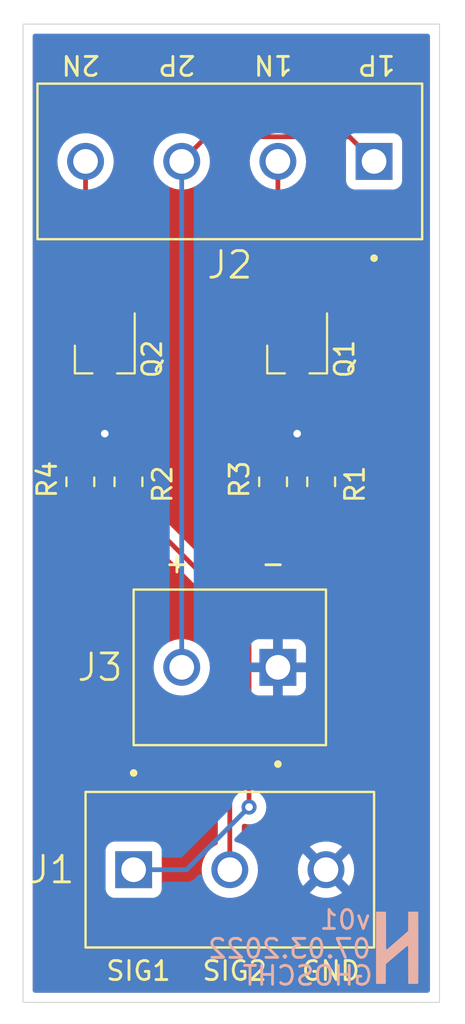
<source format=kicad_pcb>
(kicad_pcb (version 20211014) (generator pcbnew)
  (title_block (title "LED Module") (date "2021-08-19") (rev "v01") (comment 4 "Author: GHOSCHT"))
  (layers (0 "F.Cu" signal) (31 "B.Cu" signal) (34 "B.Paste" user) (35 "F.Paste" user) (36 "B.SilkS" user "B.Silkscreen") (37 "F.SilkS" user "F.Silkscreen") (38 "B.Mask" user) (39 "F.Mask" user) (44 "Edge.Cuts" user))
  (net 0 "")
  (net 1 "Net-(Q1-Pad1)")
  (net 2 "Net-(Q2-Pad1)")
  (net 3 "SIG1")
  (net 4 "SIG2")
  (net 5 "GND")
  (net 6 "VCC")
  (net 7 "LED1N")
  (net 8 "LED2N")
  (footprint "CUI_TB006-508-03BE:CUI_TB006-508-03BE" (layer "F.Cu") (at 142.494 94.742)
    (fp_text reference "J1" (at -4.318 0) (layer "F.SilkS") (effects (font (size 1.4 1.4))))
    (fp_text value "Screw_Terminal_01x03")
    (fp_line (start -2.54 -4.1) (end 12.7 -4.1) (layer "F.SilkS") (width 0.127))
    (fp_line (start 12.7 -4.1) (end 12.7 4.1) (layer "F.SilkS") (width 0.127))
    (fp_line (start 12.7 4.1) (end -2.54 4.1) (layer "F.SilkS") (width 0.127))
    (fp_line (start -2.54 4.1) (end -2.54 -4.1) (layer "F.SilkS") (width 0.127))
    (fp_circle (center 0 -5.1) (end 0.1 -5.1) (layer "F.SilkS") (width 0.2) (fill none))
    (pad "1" thru_hole rect locked (at 0 0) (size 1.95 1.95) (drill 1.3) (layers *.Cu *.Mask) (net 3 "SIG1"))
    (pad "2" thru_hole circle locked (at 5.08 0) (size 1.95 1.95) (drill 1.3) (layers *.Cu *.Mask) (net 4 "SIG2"))
    (pad "3" thru_hole circle locked (at 10.16 0) (size 1.95 1.95) (drill 1.3) (layers *.Cu *.Mask) (net 5 "GND"))
  )
  (footprint "CUI_TB006-508-04BE:CUI_TB006-508-04BE" (layer "F.Cu") (at 155.194 57.404 180)
    (fp_text reference "J2" (at 7.62 -5.461) (layer "F.SilkS") (effects (font (size 1.4 1.4))))
    (fp_text value "Screw_Terminal_01x04")
    (fp_line (start -2.54 -4.1) (end 17.78 -4.1) (layer "F.SilkS") (width 0.127))
    (fp_line (start 17.78 -4.1) (end 17.78 4.1) (layer "F.SilkS") (width 0.127))
    (fp_line (start -2.54 4.1) (end -2.54 -4.1) (layer "F.SilkS") (width 0.127))
    (fp_line (start 17.78 4.1) (end -2.54 4.1) (layer "F.SilkS") (width 0.127))
    (fp_circle (center 0 -5.1) (end 0.1 -5.1) (layer "F.SilkS") (width 0.2) (fill none))
    (pad "1" thru_hole rect locked (at 0 0 180) (size 1.95 1.95) (drill 1.3) (layers *.Cu *.Mask) (net 6 "VCC"))
    (pad "2" thru_hole circle locked (at 5.08 0 180) (size 1.95 1.95) (drill 1.3) (layers *.Cu *.Mask) (net 7 "LED1N"))
    (pad "3" thru_hole circle locked (at 10.16 0 180) (size 1.95 1.95) (drill 1.3) (layers *.Cu *.Mask) (net 6 "VCC"))
    (pad "4" thru_hole circle locked (at 15.24 0 180) (size 1.95 1.95) (drill 1.3) (layers *.Cu *.Mask) (net 8 "LED2N"))
  )
  (footprint "Package_TO_SOT_SMD:SOT-23_Handsoldering" (layer "F.Cu") (at 151.13 67.818 -90)
    (fp_text reference "Q1" (at 0 -2.5 90) (layer "F.SilkS"))
    (fp_text value "Q_NPN_BCE")
    (fp_line (start 0.76 1.58) (end 0.76 0.65) (layer "F.SilkS") (width 0.12))
    (fp_line (start 0.76 -1.58) (end 0.76 -0.65) (layer "F.SilkS") (width 0.12))
    (fp_line (start 0.76 -1.58) (end -2.4 -1.58) (layer "F.SilkS") (width 0.12))
    (fp_line (start 0.76 1.58) (end -0.7 1.58) (layer "F.SilkS") (width 0.12))
    (pad "1" smd rect locked (at -1.5 -0.95 270) (size 1.9 0.8) (layers "F.Cu" "F.Paste" "F.Mask") (net 1 "Net-(Q1-Pad1)"))
    (pad "2" smd rect locked (at -1.5 0.95 270) (size 1.9 0.8) (layers "F.Cu" "F.Paste" "F.Mask") (net 7 "LED1N"))
    (pad "3" smd rect locked (at 1.5 0 270) (size 1.9 0.8) (layers "F.Cu" "F.Paste" "F.Mask") (net 5 "GND"))
  )
  (footprint "Package_TO_SOT_SMD:SOT-23_Handsoldering" (layer "F.Cu") (at 140.97 67.818 -90)
    (fp_text reference "Q2" (at 0 -2.5 90) (layer "F.SilkS"))
    (fp_text value "Q_NPN_BCE")
    (fp_line (start 0.76 -1.58) (end 0.76 -0.65) (layer "F.SilkS") (width 0.12))
    (fp_line (start 0.76 1.58) (end -0.7 1.58) (layer "F.SilkS") (width 0.12))
    (fp_line (start 0.76 1.58) (end 0.76 0.65) (layer "F.SilkS") (width 0.12))
    (fp_line (start 0.76 -1.58) (end -2.4 -1.58) (layer "F.SilkS") (width 0.12))
    (pad "1" smd rect locked (at -1.5 -0.95 270) (size 1.9 0.8) (layers "F.Cu" "F.Paste" "F.Mask") (net 2 "Net-(Q2-Pad1)"))
    (pad "2" smd rect locked (at -1.5 0.95 270) (size 1.9 0.8) (layers "F.Cu" "F.Paste" "F.Mask") (net 8 "LED2N"))
    (pad "3" smd rect locked (at 1.5 0 270) (size 1.9 0.8) (layers "F.Cu" "F.Paste" "F.Mask") (net 5 "GND"))
  )
  (footprint "CUI_TB006-508-02BE:CUI_TB006-508-02BE" (layer "F.Cu") (at 150.114 84.074 180)
    (fp_text reference "J3" (at 9.398 0) (layer "F.SilkS") (effects (font (size 1.4 1.4))))
    (fp_text value "Screw_Terminal_01x02")
    (fp_line (start -2.54 4.1) (end -2.54 -4.1) (layer "F.SilkS") (width 0.127))
    (fp_line (start 7.62 -4.1) (end 7.62 4.1) (layer "F.SilkS") (width 0.127))
    (fp_line (start -2.54 -4.1) (end 7.62 -4.1) (layer "F.SilkS") (width 0.127))
    (fp_line (start 7.62 4.1) (end -2.54 4.1) (layer "F.SilkS") (width 0.127))
    (fp_circle (center 0 -5.1) (end 0.1 -5.1) (layer "F.SilkS") (width 0.2) (fill none))
    (pad "1" thru_hole rect locked (at 0 0 180) (size 1.95 1.95) (drill 1.3) (layers *.Cu *.Mask) (net 5 "GND"))
    (pad "2" thru_hole circle locked (at 5.08 0 180) (size 1.95 1.95) (drill 1.3) (layers *.Cu *.Mask) (net 6 "VCC"))
  )
  (footprint "Resistor_SMD:R_0805_2012Metric_Pad1.20x1.40mm_HandSolder" (layer "F.Cu") (at 142.22 74.295 -90)
    (fp_text reference "R2" (at 0.127 -1.798 -90) (layer "F.SilkS"))
    (fp_text value "470")
    (fp_line (start -0.227064 0.735) (end 0.227064 0.735) (layer "F.SilkS") (width 0.12))
    (fp_line (start -0.227064 -0.735) (end 0.227064 -0.735) (layer "F.SilkS") (width 0.12))
    (pad "1" smd roundrect locked (at -1 0 270) (size 1.2 1.4) (layers "F.Cu" "F.Paste" "F.Mask") (roundrect_rratio 0.2083325) (net 2 "Net-(Q2-Pad1)"))
    (pad "2" smd roundrect locked (at 1 0 270) (size 1.2 1.4) (layers "F.Cu" "F.Paste" "F.Mask") (roundrect_rratio 0.2083325) (net 4 "SIG2"))
  )
  (footprint "Resistor_SMD:R_0805_2012Metric_Pad1.20x1.40mm_HandSolder" (layer "F.Cu") (at 152.4 74.295 -90)
    (fp_text reference "R1" (at 0.127 -1.778 90) (layer "F.SilkS"))
    (fp_text value "470")
    (fp_line (start -0.227064 -0.735) (end 0.227064 -0.735) (layer "F.SilkS") (width 0.12))
    (fp_line (start -0.227064 0.735) (end 0.227064 0.735) (layer "F.SilkS") (width 0.12))
    (pad "1" smd roundrect locked (at -1 0 270) (size 1.2 1.4) (layers "F.Cu" "F.Paste" "F.Mask") (roundrect_rratio 0.2083325) (net 1 "Net-(Q1-Pad1)"))
    (pad "2" smd roundrect locked (at 1 0 270) (size 1.2 1.4) (layers "F.Cu" "F.Paste" "F.Mask") (roundrect_rratio 0.2083325) (net 3 "SIG1"))
  )
  (footprint "Resistor_SMD:R_0805_2012Metric_Pad1.20x1.40mm_HandSolder" (layer "F.Cu") (at 149.86 74.295 -90)
    (fp_text reference "R3" (at -0.127 1.778 90) (layer "F.SilkS"))
    (fp_text value "5k")
    (fp_line (start -0.227064 -0.735) (end 0.227064 -0.735) (layer "F.SilkS") (width 0.12))
    (fp_line (start -0.227064 0.735) (end 0.227064 0.735) (layer "F.SilkS") (width 0.12))
    (pad "1" smd roundrect locked (at -1 0 270) (size 1.2 1.4) (layers "F.Cu" "F.Paste" "F.Mask") (roundrect_rratio 0.2083325) (net 7 "LED1N"))
    (pad "2" smd roundrect locked (at 1 0 270) (size 1.2 1.4) (layers "F.Cu" "F.Paste" "F.Mask") (roundrect_rratio 0.2083325) (net 5 "GND"))
  )
  (footprint "Resistor_SMD:R_0805_2012Metric_Pad1.20x1.40mm_HandSolder" (layer "F.Cu") (at 139.68 74.295 90)
    (fp_text reference "R4" (at 0.127 -1.758 90) (layer "F.SilkS"))
    (fp_text value "5k")
    (fp_line (start -0.227064 0.735) (end 0.227064 0.735) (layer "F.SilkS") (width 0.12))
    (fp_line (start -0.227064 -0.735) (end 0.227064 -0.735) (layer "F.SilkS") (width 0.12))
    (pad "1" smd roundrect locked (at -1 0 90) (size 1.2 1.4) (layers "F.Cu" "F.Paste" "F.Mask") (roundrect_rratio 0.2083325) (net 5 "GND"))
    (pad "2" smd roundrect locked (at 1 0 90) (size 1.2 1.4) (layers "F.Cu" "F.Paste" "F.Mask") (roundrect_rratio 0.2083325) (net 8 "LED2N"))
  )
  (footprint "Logo:logo" (layer "B.Cu") (at 156.4132 98.8568 180)
    (fp_text reference "Ge" hide)
    (fp_text value "LOGO" hide)
    (fp_poly (pts (xy 1.006804 1.905763) (xy 1.031833 1.905402) (xy 1.052015 1.904769) (xy 1.067944 1.903814) (xy 1.080213 1.902487) (xy 1.089416 1.900737) (xy 1.096146 1.898515) (xy 1.100995 1.895771) (xy 1.104558 1.892456) (xy 1.107427 1.888518) (xy 1.110197 1.883909) (xy 1.110591 1.88324) (xy 1.111106 1.882062) (xy 1.111594 1.88018) (xy 1.112055 1.877388) (xy 1.11249 1.873481) (xy 1.112901 1.868253) (xy 1.113288 1.861496) (xy 1.113651 1.853006) (xy 1.113991 1.842576) (xy 1.11431 1.830001) (xy 1.114607 1.815074) (xy 1.114883 1.797589) (xy 1.11514 1.777341) (xy 1.115378 1.754123) (xy 1.115597 1.727729) (xy 1.115799 1.697954) (xy 1.115984 1.664592) (xy 1.116152 1.627436) (xy 1.116306 1.58628) (xy 1.116444 1.540919) (xy 1.116569 1.491146) (xy 1.11668 1.436756) (xy 1.116779 1.377542) (xy 1.116866 1.313298) (xy 1.116942 1.24382) (xy 1.117007 1.168899) (xy 1.117063 1.088332) (xy 1.117111 1.00191) (xy 1.11715 0.90943) (xy 1.117181 0.810684) (xy 1.117206 0.705466) (xy 1.117225 0.593571) (xy 1.117239 0.474793) (xy 1.117248 0.348925) (xy 1.117253 0.215762) (xy 1.117255 0.075097) (xy 1.117256 0) (xy 1.117255 -0.14459) (xy 1.117251 -0.281573) (xy 1.117244 -0.411156) (xy 1.117232 -0.533543) (xy 1.117216 -0.648942) (xy 1.117195 -0.757557) (xy 1.117167 -0.859596) (xy 1.117131 -0.955263) (xy 1.117089 -1.044765) (xy 1.117037 -1.128308) (xy 1.116977 -1.206099) (xy 1.116906 -1.278342) (xy 1.116825 -1.345243) (xy 1.116732 -1.40701) (xy 1.116627 -1.463848) (xy 1.11651 -1.515962) (xy 1.116379 -1.56356) (xy 1.116233 -1.606846) (xy 1.116072 -1.646027) (xy 1.115896 -1.681309) (xy 1.115703 -1.712898) (xy 1.115493 -1.740999) (xy 1.115264 -1.76582) (xy 1.115018 -1.787565) (xy 1.114751 -1.806441) (xy 1.114465 -1.822653) (xy 1.114157 -1.836409) (xy 1.113828 -1.847913) (xy 1.113477 -1.857372) (xy 1.113102 -1.864991) (xy 1.112704 -1.870978) (xy 1.112281 -1.875537) (xy 1.111833 -1.878874) (xy 1.111359 -1.881197) (xy 1.110858 -1.88271) (xy 1.110591 -1.883239) (xy 1.107755 -1.88797) (xy 1.104866 -1.892008) (xy 1.101317 -1.895407) (xy 1.096502 -1.898222) (xy 1.089817 -1.900509) (xy 1.080655 -1.902322) (xy 1.06841 -1.903716) (xy 1.052478 -1.904747) (xy 1.032253 -1.905468) (xy 1.007128 -1.905936) (xy 0.976498 -1.906205) (xy 0.939758 -1.90633) (xy 0.896301 -1.906365) (xy 0.855713 -1.906367) (xy 0.806758 -1.906363) (xy 0.765004 -1.906317) (xy 0.729839 -1.90618) (xy 0.700649 -1.905903) (xy 0.676824 -1.905435) (xy 0.65775 -1.904728) (xy 0.642815 -1.903732) (xy 0.631407 -1.902397) (xy 0.622914 -1.900674) (xy 0.616724 -1.898513) (xy 0.612223 -1.895865) (xy 0.608801 -1.89268) (xy 0.605844 -1.888909) (xy 0.603789 -1.885987) (xy 0.602896 -1.884118) (xy 0.602094 -1.88093) (xy 0.601377 -1.876026) (xy 0.600741 -1.869011) (xy 0.600182 -1.859488) (xy 0.599694 -1.847061) (xy 0.599273 -1.831334) (xy 0.598914 -1.81191) (xy 0.598612 -1.788394) (xy 0.598363 -1.76039) (xy 0.598161 -1.727501) (xy 0.598003 -1.68933) (xy 0.597883 -1.645483) (xy 0.597797 -1.595562) (xy 0.59774 -1.539171) (xy 0.597707 -1.475915) (xy 0.597694 -1.405396) (xy 0.597693 -1.375782) (xy 0.597685 -1.302211) (xy 0.597659 -1.236054) (xy 0.59761 -1.176913) (xy 0.597533 -1.12439) (xy 0.597424 -1.078086) (xy 0.597278 -1.037603) (xy 0.59709 -1.002542) (xy 0.596855 -0.972506) (xy 0.596569 -0.947095) (xy 0.596227 -0.925911) (xy 0.595825 -0.908555) (xy 0.595357 -0.89463) (xy 0.594818 -0.883737) (xy 0.594206 -0.875477) (xy 0.593513 -0.869452) (xy 0.592737 -0.865264) (xy 0.591871 -0.862514) (xy 0.591624 -0.861971) (xy 0.588107 -0.858319) (xy 0.578968 -0.849946) (xy 0.564568 -0.837157) (xy 0.545266 -0.820256) (xy 0.521424 -0.799549) (xy 0.493399 -0.775341) (xy 0.461553 -0.747937) (xy 0.426246 -0.717642) (xy 0.387838 -0.68476) (xy 0.346688 -0.649598) (xy 0.303156 -0.61246) (xy 0.257604 -0.573651) (xy 0.21039 -0.533477) (xy 0.161875 -0.492241) (xy 0.112418 -0.45025) (xy 0.06238 -0.407808) (xy 0.012121 -0.365221) (xy -0.037999 -0.322793) (xy -0.087621 -0.280829) (xy -0.136384 -0.239635) (xy -0.183928 -0.199515) (xy -0.229893 -0.160775) (xy -0.27392 -0.12372) (xy -0.315647 -0.088655) (xy -0.354716 -0.055884) (xy -0.390766 -0.025713) (xy -0.423438 0.001553) (xy -0.45237 0.025609) (xy -0.477203 0.046151) (xy -0.497578 0.062872) (xy -0.513133 0.075468) (xy -0.52351 0.083634) (xy -0.528348 0.087065) (xy -0.52849 0.087128) (xy -0.543218 0.088813) (xy -0.558556 0.08453) (xy -0.5707 0.075803) (xy -0.580114 0.065782) (xy -0.582068 -0.906545) (xy -0.584021 -1.878872) (xy -0.59679 -1.891643) (xy -0.60956 -1.904414) (xy -0.844852 -1.90535) (xy -0.894438 -1.905526) (xy -0.936803 -1.905623) (xy -0.972538 -1.905629) (xy -1.002234 -1.905531) (xy -1.026484 -1.905318) (xy -1.045878 -1.904977) (xy -1.061009 -1.904497) (xy -1.072466 -1.903866) (xy -1.080843 -1.903071) (xy -1.086731 -1.902102) (xy -1.09072 -1.900945) (xy -1.092065 -1.900354) (xy -1.102694 -1.892622) (xy -1.110621 -1.88319) (xy -1.111134 -1.882007) (xy -1.111619 -1.880103) (xy -1.112079 -1.877271) (xy -1.112512 -1.873307) (xy -1.112921 -1.868004) (xy -1.113306 -1.861156) (xy -1.113668 -1.852558) (xy -1.114007 -1.842003) (xy -1.114324 -1.829285) (xy -1.11462 -1.814199) (xy -1.114895 -1.796539) (xy -1.115151 -1.776099) (xy -1.115388 -1.752673) (xy -1.115606 -1.726054) (xy -1.115807 -1.696038) (xy -1.115991 -1.662419) (xy -1.116159 -1.624989) (xy -1.116312 -1.583544) (xy -1.11645 -1.537878) (xy -1.116574 -1.487784) (xy -1.116684 -1.433058) (xy -1.116783 -1.373492) (xy -1.116869 -1.308881) (xy -1.116945 -1.239019) (xy -1.11701 -1.1637) (xy -1.117066 -1.082719) (xy -1.117113 -0.995869) (xy -1.117152 -0.902944) (xy -1.117183 -0.80374) (xy -1.117208 -0.698049) (xy -1.117226 -0.585665) (xy -1.11724 -0.466384) (xy -1.117249 -0.339999) (xy -1.117254 -0.206304) (xy -1.117256 -0.065093) (xy -1.117257 0) (xy -1.117256 0.144591) (xy -1.117252 0.281574) (xy -1.117245 0.411157) (xy -1.117233 0.533544) (xy -1.117217 0.648943) (xy -1.117196 0.757558) (xy -1.117167 0.859597) (xy -1.117132 0.955264) (xy -1.11709 1.044766) (xy -1.117038 1.128309) (xy -1.116978 1.206099) (xy -1.116907 1.278342) (xy -1.116826 1.345244) (xy -1.116733 1.407011) (xy -1.116628 1.463849) (xy -1.116511 1.515963) (xy -1.116379 1.563561) (xy -1.116234 1.606847) (xy -1.116073 1.646028) (xy -1.115897 1.68131) (xy -1.115704 1.712899) (xy -1.115494 1.741) (xy -1.115265 1.765821) (xy -1.115018 1.787566) (xy -1.114752 1.806442) (xy -1.114466 1.822654) (xy -1.114158 1.83641) (xy -1.113829 1.847914) (xy -1.113478 1.857373) (xy -1.113103 1.864992) (xy -1.112705 1.870979) (xy -1.112282 1.875538) (xy -1.111834 1.878875) (xy -1.11136 1.881198) (xy -1.110859 1.882711) (xy -1.110592 1.88324) (xy -1.107806 1.887922) (xy -1.105003 1.891933) (xy -1.101594 1.89532) (xy -1.096988 1.898133) (xy -1.090594 1.900421) (xy -1.081822 1.902234) (xy -1.070083 1.903621) (xy -1.054785 1.90463) (xy -1.035339 1.905312) (xy -1.011155 1.905716) (xy -0.981641 1.905891) (xy -0.946208 1.905885) (xy -0.904265 1.905749) (xy -0.855222 1.905532) (xy -0.844073 1.905481) (xy -0.60956 1.904414) (xy -0.59679 1.891644) (xy -0.584021 1.878874) (xy -0.582068 1.382931) (xy -0.58178 1.310519) (xy -0.581515 1.245513) (xy -0.581262 1.187507) (xy -0.581015 1.136094) (xy -0.580766 1.09087) (xy -0.580507 1.051426) (xy -0.580229 1.017357) (xy -0.579925 0.988257) (xy -0.579587 0.963718) (xy -0.579208 0.943335) (xy -0.578779 0.926701) (xy -0.578292 0.913411) (xy -0.57774 0.903056) (xy -0.577114 0.895232) (xy -0.576408 0.889532) (xy -0.575612 0.885549) (xy -0.574719 0.882877) (xy -0.573721 0.881109) (xy -0.572611 0.87984) (xy -0.572301 0.879541) (xy -0.567785 0.875484) (xy -0.557781 0.866673) (xy -0.542648 0.853418) (xy -0.522743 0.83603) (xy -0.498423 0.81482) (xy -0.470046 0.790096) (xy -0.43797 0.76217) (xy -0.402552 0.731353) (xy -0.364149 0.697953) (xy -0.32312 0.662281) (xy -0.27982 0.624649) (xy -0.234609 0.585365) (xy -0.187843 0.544741) (xy -0.13988 0.503086) (xy -0.091077 0.460711) (xy -0.041792 0.417927) (xy 0.007617 0.375042) (xy 0.056794 0.332369) (xy 0.10538 0.290216) (xy 0.153019 0.248894) (xy 0.199352 0.208714) (xy 0.244023 0.169986) (xy 0.286673 0.13302) (xy 0.326945 0.098126) (xy 0.364483 0.065615) (xy 0.398927 0.035797) (xy 0.429922 0.008982) (xy 0.457109 -0.01452) (xy 0.48013 -0.034397) (xy 0.498629 -0.050341) (xy 0.512248 -0.06204) (xy 0.520629 -0.069185) (xy 0.523362 -0.071441) (xy 0.537089 -0.076803) (xy 0.552727 -0.076809) (xy 0.567622 -0.072028) (xy 0.57912 -0.063035) (xy 0.581951 -0.058813) (xy 0.582442 -0.054331) (xy 0.5829 -0.04275) (xy 0.583325 -0.024023) (xy 0.583718 0.001898) (xy 0.584079 0.035059) (xy 0.584407 0.075508) (xy 0.584704 0.123293) (xy 0.584969 0.178459) (xy 0.585203 0.241056) (xy 0.585405 0.311128) (xy 0.585576 0.388725) (xy 0.585717 0.473893) (xy 0.585826 0.566679) (xy 0.585905 0.66713) (xy 0.585954 0.775294) (xy 0.585973 0.891218) (xy 0.585973 0.906175) (xy 0.58597 1.009219) (xy 0.585965 1.104739) (xy 0.585962 1.193025) (xy 0.585969 1.274365) (xy 0.58599 1.34905) (xy 0.586032 1.417368) (xy 0.5861 1.479609) (xy 0.586199 1.536062) (xy 0.586335 1.587015) (xy 0.586515 1.63276) (xy 0.586743 1.673584) (xy 0.587025 1.709777) (xy 0.587367 1.741628) (xy 0.587775 1.769427) (xy 0.588254 1.793463) (xy 0.58881 1.814025) (xy 0.589448 1.831402) (xy 0.590175 1.845884) (xy 0.590996 1.857759) (xy 0.591917 1.867318) (xy 0.592942 1.87485) (xy 0.594079 1.880643) (xy 0.595332 1.884987) (xy 0.596708 1.888171) (xy 0.598211 1.890485) (xy 0.599848 1.892218) (xy 0.601624 1.893658) (xy 0.603546 1.895096) (xy 0.605374 1.896602) (xy 0.60741 1.898231) (xy 0.609983 1.899621) (xy 0.613701 1.900793) (xy 0.61917 1.901771) (xy 0.626999 1.902575) (xy 0.637794 1.90323) (xy 0.652163 1.903757) (xy 0.670713 1.904178) (xy 0.694052 1.904516) (xy 0.722787 1.904794) (xy 0.757525 1.905033) (xy 0.798875 1.905257) (xy 0.846359 1.905481) (xy 0.896706 1.905711) (xy 0.939834 1.905867) (xy 0.976336 1.905901)) (layer "B.SilkS") (width 0) (fill solid))
  )
  (gr_line (start 158.652 50.165) (end 158.652 101.736) (layer "Edge.Cuts") (width 0.05))
  (gr_line (start 136.652 101.736) (end 158.652 101.736) (layer "Edge.Cuts") (width 0.05))
  (gr_line (start 136.652 50.165) (end 136.652 101.736) (layer "Edge.Cuts") (width 0.05))
  (gr_line (start 136.652 50.165) (end 158.652 50.165) (layer "Edge.Cuts") (width 0.05))
  (gr_text "GHOSCHT" (at 151.6888 100.33) (layer "B.SilkS") (effects (font (size 1 1)) (justify mirror)))
  (gr_text "07.03.2022" (at 150.7236 98.9076) (layer "B.SilkS") (effects (font (size 1 1)) (justify mirror)))
  (gr_text "v01" (at 153.67 97.3836) (layer "B.SilkS") (effects (font (size 1 1)) (justify mirror)))
  (gr_text "2N" (at 139.7 52.324 180) (layer "F.SilkS") (effects (font (size 1 1))))
  (gr_text "1P" (at 155.321 52.324 180) (layer "F.SilkS") (effects (font (size 1 1))))
  (gr_text "2P" (at 144.78 52.324 180) (layer "F.SilkS") (effects (font (size 1 1))))
  (gr_text "SIG2" (at 147.828 100.076) (layer "F.SilkS") (effects (font (size 1 1))))
  (gr_text "-" (at 149.86 78.74 180) (layer "F.SilkS") (effects (font (size 1 1))))
  (gr_text "SIG1" (at 142.748 100.076) (layer "F.SilkS") (effects (font (size 1 1))))
  (gr_text "GND" (at 152.908 100.076) (layer "F.SilkS") (effects (font (size 1 1))))
  (gr_text "+" (at 144.78 78.74 180) (layer "F.SilkS") (effects (font (size 1 1))))
  (gr_text "1N" (at 149.86 52.324 180) (layer "F.SilkS") (effects (font (size 1 1))))
  (segment (start 152.08 72.975) (end 152.08 66.318) (width 0.25) (layer "F.Cu") (net 1))
  (segment (start 152.4 73.295) (end 152.08 72.975) (width 0.25) (layer "F.Cu") (net 1))
  (segment (start 142.22 73.295) (end 141.92 72.995) (width 0.25) (layer "F.Cu") (net 2))
  (segment (start 141.92 72.995) (end 141.92 66.318) (width 0.25) (layer "F.Cu") (net 2))
  (segment (start 142.22 73.295) (end 142.605 73.295) (width 0.25) (layer "F.Cu") (net 2))
  (segment (start 152.4 75.295) (end 148.59 79.105) (width 0.25) (layer "F.Cu") (net 3))
  (segment (start 148.59 79.105) (end 148.59 91.44) (width 0.25) (layer "F.Cu") (net 3))
  (via (at 148.59 91.44) (size 0.8) (drill 0.4) (layers "F.Cu" "B.Cu") (net 3))
  (segment (start 148.59 91.44) (end 145.288 94.742) (width 0.25) (layer "B.Cu") (net 3))
  (segment (start 145.288 94.742) (end 142.494 94.742) (width 0.25) (layer "B.Cu") (net 3))
  (segment (start 147.574 80.649) (end 142.22 75.295) (width 0.25) (layer "F.Cu") (net 4))
  (segment (start 147.574 94.742) (end 147.574 80.649) (width 0.25) (layer "F.Cu") (net 4))
  (segment (start 151.13 69.318) (end 151.13 71.755) (width 0.25) (layer "F.Cu") (net 5))
  (segment (start 140.97 69.318) (end 140.97 71.755) (width 0.25) (layer "F.Cu") (net 5))
  (via (at 151.13 71.755) (size 0.8) (drill 0.4) (layers "F.Cu" "B.Cu") (net 5))
  (via (at 140.97 71.755) (size 0.8) (drill 0.4) (layers "F.Cu" "B.Cu") (net 5))
  (segment (start 155.194 57.404) (end 153.894489 56.104489) (width 0.25) (layer "F.Cu") (net 6))
  (segment (start 153.894489 56.104489) (end 146.333511 56.104489) (width 0.25) (layer "F.Cu") (net 6))
  (segment (start 146.333511 56.104489) (end 145.034 57.404) (width 0.25) (layer "F.Cu") (net 6))
  (segment (start 145.034 57.404) (end 145.034 84.074) (width 0.25) (layer "B.Cu") (net 6))
  (segment (start 150.18 72.975) (end 150.18 66.318) (width 0.25) (layer "F.Cu") (net 7))
  (segment (start 149.86 73.295) (end 150.18 72.975) (width 0.25) (layer "F.Cu") (net 7))
  (segment (start 150.114 66.252) (end 150.18 66.318) (width 0.25) (layer "F.Cu") (net 7))
  (segment (start 150.114 57.404) (end 150.114 66.252) (width 0.25) (layer "F.Cu") (net 7))
  (segment (start 140.02 72.955) (end 140.02 66.318) (width 0.25) (layer "F.Cu") (net 8))
  (segment (start 139.954 66.252) (end 140.02 66.318) (width 0.25) (layer "F.Cu") (net 8))
  (segment (start 139.68 73.295) (end 140.02 72.955) (width 0.25) (layer "F.Cu") (net 8))
  (segment (start 139.954 57.404) (end 139.954 66.252) (width 0.25) (layer "F.Cu") (net 8))
  (zone (net 5) (net_name "GND") (layers F&B.Cu) (connect_pads (clearance 0.508)) (min_thickness 0.254) (fill yes (thermal_gap 0.508) (thermal_bridge_width 0.508))
    (polygon (pts (xy 160.02 102.87) (xy 135.89 102.87) (xy 135.89 48.895) (xy 160.02 48.895)))
  )
)
</source>
